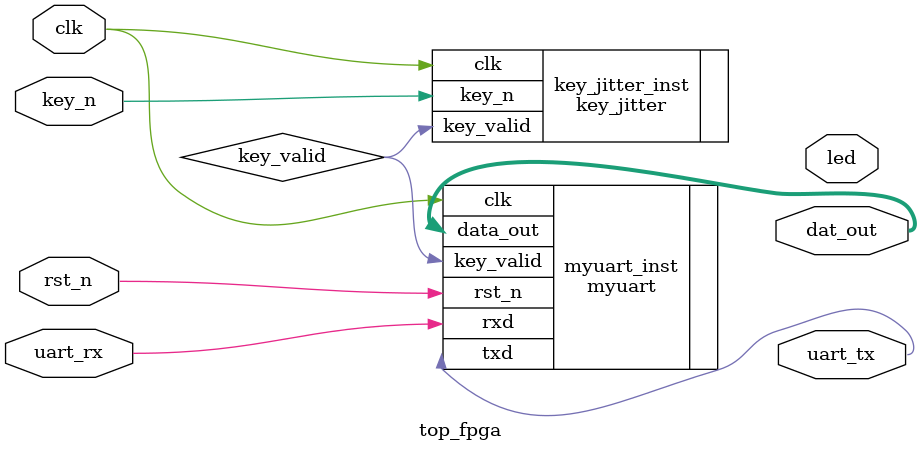
<source format=v>


module top_fpga(
		//global signal
		input clk,						//System clock, 50MHz
		input rst_n,					//System reset, low active
		
		//Key
		input key_n,                 //low active
		
		output [15:0] dat_out,
		
		//uart
		input uart_rx,
		output uart_tx,
		
		//led
		output led
);

wire key_valid;

//-------按键去抖模块--------
key_jitter key_jitter_inst
(
	.clk(clk) ,	// input  clk_sig
	.key_n(key_n) ,	// input  key_n_sig
	.key_valid(key_valid) 	// output  key_valid_sig
);

myuart myuart_inst(
		.clk(clk),
		.rst_n(rst_n),
		.rxd(uart_rx),
		.txd(uart_tx),
		.key_valid(key_valid),
		.data_out(dat_out)
);


endmodule

</source>
